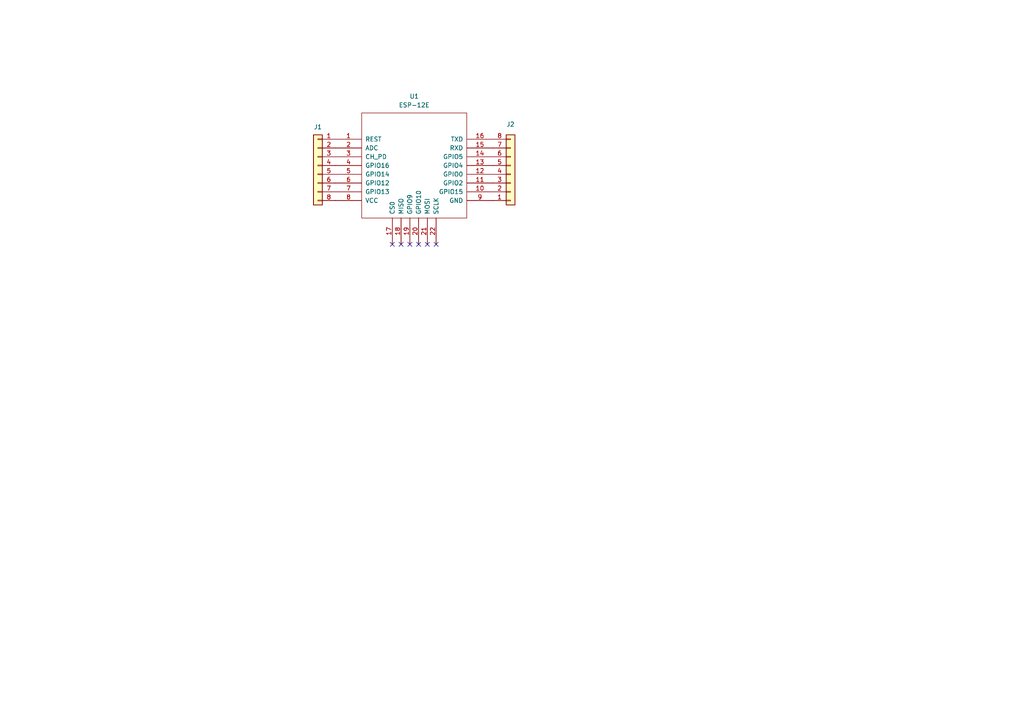
<source format=kicad_sch>
(kicad_sch (version 20211123) (generator eeschema)
  (paper "A4")
  (lib_symbols
    (symbol "Connector_Generic:Conn_01x08" (pin_names (offset 1.016) hide)
      (property "Reference" "J" (at 0 10.16 0))
      (property "Value" "Conn_01x08" (at 0 -12.7 0))
      (symbol "Conn_01x08_1_1"
        (rectangle (start -1.27 -10.033) (end 0 -10.287) (stroke (width 0.1524)))
        (rectangle (start -1.27 -7.493) (end 0 -7.747) (stroke (width 0.1524)))
        (rectangle (start -1.27 -4.953) (end 0 -5.207) (stroke (width 0.1524)))
        (rectangle (start -1.27 -2.413) (end 0 -2.667) (stroke (width 0.1524)))
        (rectangle (start -1.27 0.127) (end 0 -0.127) (stroke (width 0.1524)))
        (rectangle (start -1.27 2.667) (end 0 2.413) (stroke (width 0.1524)))
        (rectangle (start -1.27 5.207) (end 0 4.953) (stroke (width 0.1524)))
        (rectangle (start -1.27 7.747) (end 0 7.493) (stroke (width 0.1524)))
        (rectangle (start -1.27 8.89) (end 1.27 -11.43) (stroke (width 0.254)) (fill (type background)))
        (pin passive line (at -5.08 7.62 0) (length 3.81) (name "Pin_1") (number "1"))
        (pin passive line (at -5.08 5.08 0) (length 3.81) (name "Pin_2") (number "2"))
        (pin passive line (at -5.08 2.54 0) (length 3.81) (name "Pin_3") (number "3"))
        (pin passive line (at -5.08 0 0) (length 3.81) (name "Pin_4") (number "4"))
        (pin passive line (at -5.08 -2.54 0) (length 3.81) (name "Pin_5") (number "5"))
        (pin passive line (at -5.08 -5.08 0) (length 3.81) (name "Pin_6") (number "6"))
        (pin passive line (at -5.08 -7.62 0) (length 3.81) (name "Pin_7") (number "7"))
        (pin passive line (at -5.08 -10.16 0) (length 3.81) (name "Pin_8") (number "8"))
      )
    )
    (symbol "ESP8266:ESP-12E" (pin_names (offset 1.016))
      (property "Reference" "U" (at 0 -2.54 0))
      (property "Value" "ESP-12E" (at 0 2.54 0))
      (symbol "ESP-12E_1_0"
        (rectangle (start -15.24 -15.24) (end 15.24 15.24))
      )
      (symbol "ESP-12E_1_1"
        (pin input line (at -22.86 7.62 0) (length 7.62) (name "REST") (number "1"))
        (pin bidirectional line (at 22.86 -7.62 180) (length 7.62) (name "GPIO15") (number "10"))
        (pin bidirectional line (at 22.86 -5.08 180) (length 7.62) (name "GPIO2") (number "11"))
        (pin bidirectional line (at 22.86 -2.54 180) (length 7.62) (name "GPIO0") (number "12"))
        (pin bidirectional line (at 22.86 0 180) (length 7.62) (name "GPIO4") (number "13"))
        (pin bidirectional line (at 22.86 2.54 180) (length 7.62) (name "GPIO5") (number "14"))
        (pin input line (at 22.86 5.08 180) (length 7.62) (name "RXD") (number "15"))
        (pin output line (at 22.86 7.62 180) (length 7.62) (name "TXD") (number "16"))
        (pin bidirectional line (at -6.35 -22.86 90) (length 7.62) (name "CS0") (number "17"))
        (pin bidirectional line (at -3.81 -22.86 90) (length 7.62) (name "MISO") (number "18"))
        (pin bidirectional line (at -1.27 -22.86 90) (length 7.62) (name "GPIO9") (number "19"))
        (pin passive line (at -22.86 5.08 0) (length 7.62) (name "ADC") (number "2"))
        (pin bidirectional line (at 1.27 -22.86 90) (length 7.62) (name "GPIO10") (number "20"))
        (pin bidirectional line (at 3.81 -22.86 90) (length 7.62) (name "MOSI") (number "21"))
        (pin bidirectional line (at 6.35 -22.86 90) (length 7.62) (name "SCLK") (number "22"))
        (pin input line (at -22.86 2.54 0) (length 7.62) (name "CH_PD") (number "3"))
        (pin bidirectional line (at -22.86 0 0) (length 7.62) (name "GPIO16") (number "4"))
        (pin bidirectional line (at -22.86 -2.54 0) (length 7.62) (name "GPIO14") (number "5"))
        (pin bidirectional line (at -22.86 -5.08 0) (length 7.62) (name "GPIO12") (number "6"))
        (pin bidirectional line (at -22.86 -7.62 0) (length 7.62) (name "GPIO13") (number "7"))
        (pin power_in line (at -22.86 -10.16 0) (length 7.62) (name "VCC") (number "8"))
        (pin power_in line (at 22.86 -10.16 180) (length 7.62) (name "GND") (number "9"))
      )
    )
  )
  (no_connect (at 113.792 70.866))
  (no_connect (at 116.332 70.866))
  (no_connect (at 118.872 70.866))
  (no_connect (at 121.412 70.866))
  (no_connect (at 123.952 70.866))
  (no_connect (at 126.492 70.866))
  (symbol (lib_id "Connector_Generic:Conn_01x08") (at 92.202 48.006 0) (mirror y) (unit 1)
    (property "Reference" "J1" (at 92.202 36.83 0))
    (property "Value" "Conn_01x08" (effects hide))
    (property "Footprint" "Connector_PinHeader_2.54mm:PinHeader_1x08_P2.54mm_Vertical" (effects hide))
  )
  (symbol (lib_id "ESP8266:ESP-12E") (at 120.142 48.006 0) (unit 1)
    (property "Reference" "U1" (at 120.142 27.94 0))
    (property "Value" "ESP-12E" (at 120.142 30.48 0))
    (property "Footprint" "ESP8266:ESP-12E" (effects hide))
    (property "Datasheet" "http://l0l.org.uk/2014/12/esp8266-modules-hardware-guide-gotta-catch-em-all/" (effects hide))
  )
  (symbol (lib_id "Connector_Generic:Conn_01x08") (at 148.082 50.546 0) (mirror x) (unit 1)
    (property "Reference" "J2" (at 148.082 36.068 0))
    (property "Value" "Conn_01x08" (effects hide))
    (property "Footprint" "Connector_PinHeader_2.54mm:PinHeader_1x08_P2.54mm_Vertical" (effects hide))
  )
)
</source>
